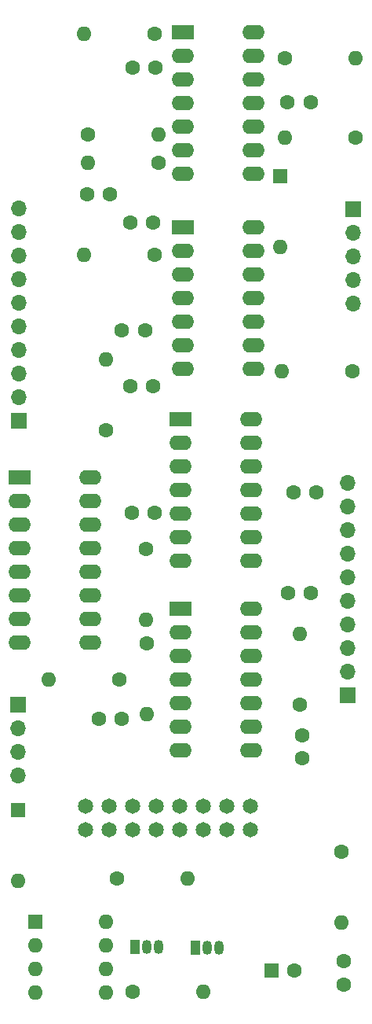
<source format=gbr>
%TF.GenerationSoftware,KiCad,Pcbnew,7.0.9-7.0.9~ubuntu22.04.1*%
%TF.CreationDate,2024-02-03T20:02:18-05:00*%
%TF.ProjectId,deca-ring-counter,64656361-2d72-4696-9e67-2d636f756e74,rev?*%
%TF.SameCoordinates,Original*%
%TF.FileFunction,Soldermask,Bot*%
%TF.FilePolarity,Negative*%
%FSLAX46Y46*%
G04 Gerber Fmt 4.6, Leading zero omitted, Abs format (unit mm)*
G04 Created by KiCad (PCBNEW 7.0.9-7.0.9~ubuntu22.04.1) date 2024-02-03 20:02:18*
%MOMM*%
%LPD*%
G01*
G04 APERTURE LIST*
%ADD10R,1.050000X1.500000*%
%ADD11O,1.050000X1.500000*%
%ADD12C,1.600000*%
%ADD13O,1.600000X1.600000*%
%ADD14R,1.600000X1.600000*%
%ADD15R,1.700000X1.700000*%
%ADD16O,1.700000X1.700000*%
%ADD17R,2.400000X1.600000*%
%ADD18O,2.400000X1.600000*%
%ADD19C,1.651000*%
G04 APERTURE END LIST*
D10*
%TO.C,Q2*%
X170230000Y-142820000D03*
D11*
X171500000Y-142820000D03*
X172770000Y-142820000D03*
%TD*%
D12*
%TO.C,R8*%
X161790000Y-135360000D03*
D13*
X169410000Y-135360000D03*
%TD*%
D12*
%TO.C,R6*%
X187500000Y-55660000D03*
D13*
X179880000Y-55660000D03*
%TD*%
D12*
%TO.C,C8*%
X162293000Y-76376000D03*
X164793000Y-76376000D03*
%TD*%
%TO.C,R7*%
X165849000Y-68248000D03*
D13*
X158229000Y-68248000D03*
%TD*%
%TO.C,D22*%
X179400000Y-67420000D03*
D14*
X179400000Y-59800000D03*
%TD*%
D12*
%TO.C,C12*%
X165850000Y-96060000D03*
X163350000Y-96060000D03*
%TD*%
D14*
%TO.C,D11*%
X151100000Y-128050000D03*
D13*
X151100000Y-135670000D03*
%TD*%
D12*
%TO.C,R2*%
X165810000Y-44460000D03*
D13*
X158190000Y-44460000D03*
%TD*%
D15*
%TO.C,J5*%
X151090000Y-116687531D03*
D16*
X151090000Y-119227531D03*
X151090000Y-121767531D03*
X151090000Y-124307531D03*
%TD*%
D17*
%TO.C,U3*%
X168900000Y-65320000D03*
D18*
X168900000Y-67860000D03*
X168900000Y-70400000D03*
X168900000Y-72940000D03*
X168900000Y-75480000D03*
X168900000Y-78020000D03*
X168900000Y-80560000D03*
X176520000Y-80560000D03*
X176520000Y-78020000D03*
X176520000Y-75480000D03*
X176520000Y-72940000D03*
X176520000Y-70400000D03*
X176520000Y-67860000D03*
X176520000Y-65320000D03*
%TD*%
D15*
%TO.C,J10*%
X186680000Y-115651643D03*
D16*
X186680000Y-113111643D03*
X186680000Y-110571643D03*
X186680000Y-108031643D03*
X186680000Y-105491643D03*
X186680000Y-102951643D03*
X186680000Y-100411643D03*
X186680000Y-97871643D03*
X186680000Y-95331643D03*
X186680000Y-92791643D03*
%TD*%
D12*
%TO.C,C3*%
X181700000Y-122460000D03*
X181700000Y-119960000D03*
%TD*%
%TO.C,C2*%
X165934000Y-48072000D03*
X163434000Y-48072000D03*
%TD*%
D15*
%TO.C,J8*%
X151168140Y-86149174D03*
D16*
X151168140Y-83609174D03*
X151168140Y-81069174D03*
X151168140Y-78529174D03*
X151168140Y-75989174D03*
X151168140Y-73449174D03*
X151168140Y-70909174D03*
X151168140Y-68369174D03*
X151168140Y-65829174D03*
X151168140Y-63289174D03*
%TD*%
D12*
%TO.C,C4*%
X161034000Y-61722000D03*
X158534000Y-61722000D03*
%TD*%
D14*
%TO.C,U4*%
X152920000Y-140007531D03*
D13*
X152920000Y-142547531D03*
X152920000Y-145087531D03*
X152920000Y-147627531D03*
X160540000Y-147627531D03*
X160540000Y-145087531D03*
X160540000Y-142547531D03*
X160540000Y-140007531D03*
%TD*%
D12*
%TO.C,C10*%
X165684000Y-82372000D03*
X163184000Y-82372000D03*
%TD*%
D17*
%TO.C,U2*%
X151300000Y-92200000D03*
D18*
X151300000Y-94740000D03*
X151300000Y-97280000D03*
X151300000Y-99820000D03*
X151300000Y-102360000D03*
X151300000Y-104900000D03*
X151300000Y-107440000D03*
X151300000Y-109980000D03*
X158920000Y-109980000D03*
X158920000Y-107440000D03*
X158920000Y-104900000D03*
X158920000Y-102360000D03*
X158920000Y-99820000D03*
X158920000Y-97280000D03*
X158920000Y-94740000D03*
X158920000Y-92200000D03*
%TD*%
D10*
%TO.C,Q1*%
X163730000Y-142720000D03*
D11*
X165000000Y-142720000D03*
X166270000Y-142720000D03*
%TD*%
D12*
%TO.C,C6*%
X182650000Y-51860000D03*
X180150000Y-51860000D03*
%TD*%
%TO.C,R24*%
X163490000Y-147560000D03*
D13*
X171110000Y-147560000D03*
%TD*%
D12*
%TO.C,R3*%
X181500000Y-116680000D03*
D13*
X181500000Y-109060000D03*
%TD*%
D12*
%TO.C,R1*%
X165000000Y-110050000D03*
D13*
X165000000Y-117670000D03*
%TD*%
D12*
%TO.C,R13*%
X158610000Y-55294000D03*
D13*
X166230000Y-55294000D03*
%TD*%
D12*
%TO.C,R10*%
X160534000Y-87122000D03*
D13*
X160534000Y-79502000D03*
%TD*%
D12*
%TO.C,R5*%
X162010000Y-113960000D03*
D13*
X154390000Y-113960000D03*
%TD*%
D12*
%TO.C,R4*%
X166254000Y-58342000D03*
D13*
X158634000Y-58342000D03*
%TD*%
D12*
%TO.C,C7*%
X165684000Y-64772000D03*
X163184000Y-64772000D03*
%TD*%
%TO.C,C13*%
X186200000Y-146810000D03*
X186200000Y-144310000D03*
%TD*%
%TO.C,R25*%
X187200000Y-80760000D03*
D13*
X179580000Y-80760000D03*
%TD*%
D15*
%TO.C,J9*%
X187210000Y-63299531D03*
D16*
X187210000Y-65839531D03*
X187210000Y-68379531D03*
X187210000Y-70919531D03*
X187210000Y-73459531D03*
%TD*%
D12*
%TO.C,C5*%
X159800000Y-118160000D03*
X162300000Y-118160000D03*
%TD*%
%TO.C,R12*%
X164900000Y-99950000D03*
D13*
X164900000Y-107570000D03*
%TD*%
D12*
%TO.C,C11*%
X180800000Y-93860000D03*
X183300000Y-93860000D03*
%TD*%
%TO.C,R11*%
X186000000Y-132550000D03*
D13*
X186000000Y-140170000D03*
%TD*%
D18*
%TO.C,U1*%
X176220000Y-106360000D03*
X176220000Y-108900000D03*
X176220000Y-111440000D03*
X176220000Y-113980000D03*
X176220000Y-116520000D03*
X176220000Y-119060000D03*
X176220000Y-121600000D03*
X168600000Y-121600000D03*
X168600000Y-119060000D03*
X168600000Y-116520000D03*
X168600000Y-113980000D03*
X168600000Y-111440000D03*
X168600000Y-108900000D03*
D17*
X168600000Y-106360000D03*
%TD*%
%TO.C,U8*%
X168600000Y-85960000D03*
D18*
X168600000Y-88500000D03*
X168600000Y-91040000D03*
X168600000Y-93580000D03*
X168600000Y-96120000D03*
X168600000Y-98660000D03*
X168600000Y-101200000D03*
X176220000Y-101200000D03*
X176220000Y-98660000D03*
X176220000Y-96120000D03*
X176220000Y-93580000D03*
X176220000Y-91040000D03*
X176220000Y-88500000D03*
X176220000Y-85960000D03*
%TD*%
D12*
%TO.C,C1*%
X180200000Y-104660000D03*
X182700000Y-104660000D03*
%TD*%
%TO.C,R9*%
X179900000Y-47060000D03*
D13*
X187520000Y-47060000D03*
%TD*%
D17*
%TO.C,U6*%
X168900000Y-44260000D03*
D18*
X168900000Y-46800000D03*
X168900000Y-49340000D03*
X168900000Y-51880000D03*
X168900000Y-54420000D03*
X168900000Y-56960000D03*
X168900000Y-59500000D03*
X176520000Y-59500000D03*
X176520000Y-56960000D03*
X176520000Y-54420000D03*
X176520000Y-51880000D03*
X176520000Y-49340000D03*
X176520000Y-46800000D03*
X176520000Y-44260000D03*
%TD*%
D14*
%TO.C,C9*%
X178400000Y-145260000D03*
D12*
X180900000Y-145260000D03*
%TD*%
D19*
%TO.C,H2*%
X176160000Y-130100000D03*
X176160000Y-127560000D03*
X173620000Y-130100000D03*
X173620000Y-127560000D03*
X171080000Y-130100000D03*
X171080000Y-127560000D03*
X168540000Y-130100000D03*
X168540000Y-127560000D03*
X166000000Y-130100000D03*
X166000000Y-127560000D03*
X163460000Y-130100000D03*
X163460000Y-127560000D03*
X160920000Y-130100000D03*
X160920000Y-127560000D03*
X158380000Y-130100000D03*
X158380000Y-127560000D03*
%TD*%
M02*

</source>
